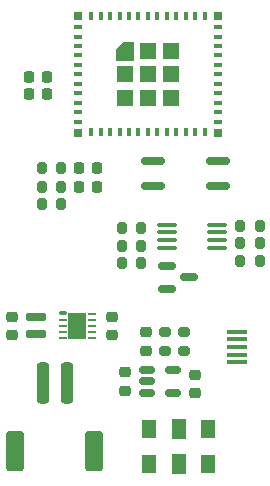
<source format=gtp>
%TF.GenerationSoftware,KiCad,Pcbnew,(6.0.1)*%
%TF.CreationDate,2022-03-11T00:25:21+11:00*%
%TF.ProjectId,WiFiTracingTag,57694669-5472-4616-9369-6e675461672e,rev?*%
%TF.SameCoordinates,PX66ff300PY791ddc0*%
%TF.FileFunction,Paste,Top*%
%TF.FilePolarity,Positive*%
%FSLAX46Y46*%
G04 Gerber Fmt 4.6, Leading zero omitted, Abs format (unit mm)*
G04 Created by KiCad (PCBNEW (6.0.1)) date 2022-03-11 00:25:21*
%MOMM*%
%LPD*%
G01*
G04 APERTURE LIST*
G04 Aperture macros list*
%AMRoundRect*
0 Rectangle with rounded corners*
0 $1 Rounding radius*
0 $2 $3 $4 $5 $6 $7 $8 $9 X,Y pos of 4 corners*
0 Add a 4 corners polygon primitive as box body*
4,1,4,$2,$3,$4,$5,$6,$7,$8,$9,$2,$3,0*
0 Add four circle primitives for the rounded corners*
1,1,$1+$1,$2,$3*
1,1,$1+$1,$4,$5*
1,1,$1+$1,$6,$7*
1,1,$1+$1,$8,$9*
0 Add four rect primitives between the rounded corners*
20,1,$1+$1,$2,$3,$4,$5,0*
20,1,$1+$1,$4,$5,$6,$7,0*
20,1,$1+$1,$6,$7,$8,$9,0*
20,1,$1+$1,$8,$9,$2,$3,0*%
G04 Aperture macros list end*
%ADD10C,0.010000*%
%ADD11R,0.800000X0.400000*%
%ADD12R,0.400000X0.800000*%
%ADD13R,1.450000X1.450000*%
%ADD14R,0.700000X0.700000*%
%ADD15RoundRect,0.200000X-0.200000X-0.275000X0.200000X-0.275000X0.200000X0.275000X-0.200000X0.275000X0*%
%ADD16RoundRect,0.225000X0.250000X-0.225000X0.250000X0.225000X-0.250000X0.225000X-0.250000X-0.225000X0*%
%ADD17RoundRect,0.225000X0.225000X0.250000X-0.225000X0.250000X-0.225000X-0.250000X0.225000X-0.250000X0*%
%ADD18R,1.750000X0.400000*%
%ADD19RoundRect,0.175000X-0.675000X0.175000X-0.675000X-0.175000X0.675000X-0.175000X0.675000X0.175000X0*%
%ADD20RoundRect,0.150000X-0.512500X-0.150000X0.512500X-0.150000X0.512500X0.150000X-0.512500X0.150000X0*%
%ADD21RoundRect,0.150000X-0.587500X-0.150000X0.587500X-0.150000X0.587500X0.150000X-0.587500X0.150000X0*%
%ADD22RoundRect,0.200000X0.200000X0.275000X-0.200000X0.275000X-0.200000X-0.275000X0.200000X-0.275000X0*%
%ADD23RoundRect,0.225000X-0.225000X-0.250000X0.225000X-0.250000X0.225000X0.250000X-0.225000X0.250000X0*%
%ADD24R,1.200000X1.500000*%
%ADD25R,1.250000X1.700000*%
%ADD26R,1.250000X1.500000*%
%ADD27R,1.250000X1.525000*%
%ADD28R,1.225000X1.725000*%
%ADD29RoundRect,0.100000X-0.712500X-0.100000X0.712500X-0.100000X0.712500X0.100000X-0.712500X0.100000X0*%
%ADD30RoundRect,0.225000X-0.250000X0.225000X-0.250000X-0.225000X0.250000X-0.225000X0.250000X0.225000X0*%
%ADD31RoundRect,0.218750X0.256250X-0.218750X0.256250X0.218750X-0.256250X0.218750X-0.256250X-0.218750X0*%
%ADD32RoundRect,0.200000X0.275000X-0.200000X0.275000X0.200000X-0.275000X0.200000X-0.275000X-0.200000X0*%
%ADD33RoundRect,0.175000X-0.825000X-0.175000X0.825000X-0.175000X0.825000X0.175000X-0.825000X0.175000X0*%
%ADD34RoundRect,0.200000X-0.275000X0.200000X-0.275000X-0.200000X0.275000X-0.200000X0.275000X0.200000X0*%
%ADD35RoundRect,0.250000X-0.250000X-1.500000X0.250000X-1.500000X0.250000X1.500000X-0.250000X1.500000X0*%
%ADD36RoundRect,0.250001X-0.499999X-1.449999X0.499999X-1.449999X0.499999X1.449999X-0.499999X1.449999X0*%
%ADD37RoundRect,0.075000X-0.225000X0.075000X-0.225000X-0.075000X0.225000X-0.075000X0.225000X0.075000X0*%
%ADD38RoundRect,0.050000X-0.250000X0.050000X-0.250000X-0.050000X0.250000X-0.050000X0.250000X0.050000X0*%
%ADD39R,1.500000X2.300000*%
G04 APERTURE END LIST*
D10*
%TO.C,U4*%
X11725000Y35550000D02*
X10275000Y35550000D01*
X10275000Y35550000D02*
X10275000Y36400000D01*
X10275000Y36400000D02*
X10875000Y37000000D01*
X10875000Y37000000D02*
X11725000Y37000000D01*
X11725000Y37000000D02*
X11725000Y35550000D01*
G36*
X11725000Y35550000D02*
G01*
X10275000Y35550000D01*
X10275000Y36400000D01*
X10875000Y37000000D01*
X11725000Y37000000D01*
X11725000Y35550000D01*
G37*
X11725000Y35550000D02*
X10275000Y35550000D01*
X10275000Y36400000D01*
X10875000Y37000000D01*
X11725000Y37000000D01*
X11725000Y35550000D01*
%TD*%
D11*
%TO.C,U4*%
X7075000Y38300000D03*
X7075000Y37500000D03*
X7075000Y36700000D03*
X7075000Y35900000D03*
X7075000Y35100000D03*
X7075000Y34300000D03*
X7075000Y33500000D03*
X7075000Y32700000D03*
X7075000Y31900000D03*
X7075000Y31100000D03*
X7075000Y30300000D03*
D12*
X8175000Y29400000D03*
X8975000Y29400000D03*
X9775000Y29400000D03*
X10575000Y29400000D03*
X11375000Y29400000D03*
X12175000Y29400000D03*
X12975000Y29400000D03*
X13775000Y29400000D03*
X14575000Y29400000D03*
X15375000Y29400000D03*
X16175000Y29400000D03*
X16975000Y29400000D03*
X17775000Y29400000D03*
D11*
X18875000Y30300000D03*
X18875000Y31100000D03*
X18875000Y31900000D03*
X18875000Y32700000D03*
X18875000Y33500000D03*
X18875000Y34300000D03*
X18875000Y35100000D03*
X18875000Y35900000D03*
X18875000Y36700000D03*
X18875000Y37500000D03*
X18875000Y38300000D03*
D12*
X17775000Y39200000D03*
X16975000Y39200000D03*
X16175000Y39200000D03*
X15375000Y39200000D03*
X14575000Y39200000D03*
X13775000Y39200000D03*
X12975000Y39200000D03*
X12175000Y39200000D03*
X11375000Y39200000D03*
X10575000Y39200000D03*
X9775000Y39200000D03*
X8975000Y39200000D03*
X8175000Y39200000D03*
D13*
X12975000Y36275000D03*
X14950000Y36275000D03*
X14950000Y34300000D03*
X14950000Y32325000D03*
X12975000Y32325000D03*
X11000000Y32325000D03*
X11000000Y34300000D03*
X12975000Y34300000D03*
D14*
X18925000Y39250000D03*
X18925000Y29350000D03*
X7025000Y29350000D03*
X7025000Y39250000D03*
%TD*%
D15*
%TO.C,R2*%
X10775000Y19800000D03*
X12425000Y19800000D03*
%TD*%
D16*
%TO.C,C3*%
X11000000Y7525000D03*
X11000000Y9075000D03*
%TD*%
D17*
%TO.C,C6*%
X4475000Y32600000D03*
X2925000Y32600000D03*
%TD*%
D18*
%TO.C,J2*%
X20542500Y9925000D03*
X20542500Y10575000D03*
X20542500Y11225000D03*
X20542500Y11875000D03*
X20542500Y12525000D03*
%TD*%
D16*
%TO.C,C1*%
X17000000Y7325000D03*
X17000000Y8875000D03*
%TD*%
D19*
%TO.C,L1*%
X3500000Y12275000D03*
X3500000Y13725000D03*
%TD*%
D20*
%TO.C,U2*%
X12862500Y9250000D03*
X12862500Y8300000D03*
X12862500Y7350000D03*
X15137500Y7350000D03*
X15137500Y9250000D03*
%TD*%
D21*
%TO.C,D2*%
X14622500Y18050000D03*
X14622500Y16150000D03*
X16497500Y17100000D03*
%TD*%
D22*
%TO.C,R6*%
X12425000Y18300000D03*
X10775000Y18300000D03*
%TD*%
D23*
%TO.C,C5*%
X7125000Y24800000D03*
X8675000Y24800000D03*
%TD*%
D24*
%TO.C,SW1*%
X13100000Y4300000D03*
D25*
X15600000Y4300000D03*
D26*
X18100000Y4300000D03*
D27*
X13100000Y1287500D03*
D28*
X15587500Y1287500D03*
D27*
X18100000Y1287500D03*
%TD*%
D15*
%TO.C,R9*%
X3975000Y24800000D03*
X5625000Y24800000D03*
%TD*%
D29*
%TO.C,U1*%
X14587500Y21575000D03*
X14587500Y20925000D03*
X14587500Y20275000D03*
X14587500Y19625000D03*
X18812500Y19625000D03*
X18812500Y20275000D03*
X18812500Y20925000D03*
X18812500Y21575000D03*
%TD*%
D30*
%TO.C,C4*%
X1500000Y13775000D03*
X1500000Y12225000D03*
%TD*%
D22*
%TO.C,R11*%
X5625000Y23300000D03*
X3975000Y23300000D03*
%TD*%
D23*
%TO.C,C8*%
X7125000Y26400000D03*
X8675000Y26400000D03*
%TD*%
D15*
%TO.C,R5*%
X20775000Y21500000D03*
X22425000Y21500000D03*
%TD*%
D31*
%TO.C,D1*%
X12800000Y10912500D03*
X12800000Y12487500D03*
%TD*%
D32*
%TO.C,R4*%
X16000000Y10875000D03*
X16000000Y12525000D03*
%TD*%
D33*
%TO.C,BOOT1*%
X13450000Y26975000D03*
X18950000Y26975000D03*
X18950000Y24825000D03*
X13450000Y24825000D03*
%TD*%
D34*
%TO.C,R1*%
X14400000Y12525000D03*
X14400000Y10875000D03*
%TD*%
D15*
%TO.C,R7*%
X20775000Y18500000D03*
X22425000Y18500000D03*
%TD*%
D16*
%TO.C,C2*%
X9900000Y12225000D03*
X9900000Y13775000D03*
%TD*%
D15*
%TO.C,R10*%
X3975000Y26400000D03*
X5625000Y26400000D03*
%TD*%
D35*
%TO.C,BT1*%
X4100000Y8150000D03*
X6100000Y8150000D03*
D36*
X1750000Y2400000D03*
X8450000Y2400000D03*
%TD*%
D37*
%TO.C,U3*%
X5750000Y14050000D03*
D38*
X5750000Y13500000D03*
X5750000Y13000000D03*
X5750000Y12500000D03*
X5750000Y12000000D03*
X8250000Y12000000D03*
X8250000Y12500000D03*
X8250000Y13000000D03*
X8250000Y13500000D03*
X8250000Y14000000D03*
D39*
X7000000Y13000000D03*
%TD*%
D22*
%TO.C,R8*%
X22425000Y20000000D03*
X20775000Y20000000D03*
%TD*%
%TO.C,R3*%
X12425000Y21300000D03*
X10775000Y21300000D03*
%TD*%
D17*
%TO.C,C7*%
X4475000Y34100000D03*
X2925000Y34100000D03*
%TD*%
M02*

</source>
